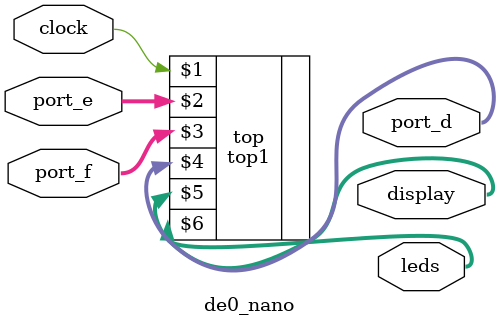
<source format=v>
module de0_nano
(
    input         clock,
    input  [7: 0] port_e,
    input  [3: 0] port_f,
    output [3: 0] port_d,
    output [1:12] display,
    output [7: 0] leds
);


    top1 top (clock, port_e, port_f, port_d, display, leds);

endmodule

</source>
